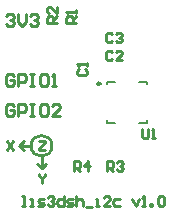
<source format=gto>
G04 Layer_Color=15132400*
%FSLAX25Y25*%
%MOIN*%
G70*
G01*
G75*
%ADD21C,0.01000*%
%ADD23C,0.00984*%
%ADD24C,0.00787*%
D21*
X140500Y435000D02*
G03*
X140500Y435000I-3500J0D01*
G01*
X129500D02*
X133500D01*
X137000Y427500D02*
Y431500D01*
Y427500D02*
X138500Y429000D01*
X135500D02*
X137000Y427500D01*
X129500Y435000D02*
X131000Y436500D01*
X129500Y435000D02*
X131000Y433500D01*
X170500Y440699D02*
Y438033D01*
X171033Y437500D01*
X172099D01*
X172633Y438033D01*
Y440699D01*
X173699Y437500D02*
X174765D01*
X174232D01*
Y440699D01*
X173699Y440166D01*
X147832Y426699D02*
Y429898D01*
X149431D01*
X149964Y429365D01*
Y428298D01*
X149431Y427765D01*
X147832D01*
X148898D02*
X149964Y426699D01*
X152630D02*
Y429898D01*
X151031Y428298D01*
X153163D01*
X158832Y426699D02*
Y429898D01*
X160431D01*
X160964Y429365D01*
Y428298D01*
X160431Y427765D01*
X158832D01*
X159898D02*
X160964Y426699D01*
X162031Y429365D02*
X162564Y429898D01*
X163630D01*
X164163Y429365D01*
Y428832D01*
X163630Y428298D01*
X163097D01*
X163630D01*
X164163Y427765D01*
Y427232D01*
X163630Y426699D01*
X162564D01*
X162031Y427232D01*
X142000Y476000D02*
X138801D01*
Y477599D01*
X139334Y478133D01*
X140401D01*
X140934Y477599D01*
Y476000D01*
Y477066D02*
X142000Y478133D01*
Y481332D02*
Y479199D01*
X139867Y481332D01*
X139334D01*
X138801Y480798D01*
Y479732D01*
X139334Y479199D01*
X148500Y476000D02*
X145301D01*
Y477599D01*
X145834Y478133D01*
X146900D01*
X147434Y477599D01*
Y476000D01*
Y477066D02*
X148500Y478133D01*
Y479199D02*
Y480265D01*
Y479732D01*
X145301D01*
X145834Y479199D01*
X160633Y472166D02*
X160099Y472699D01*
X159033D01*
X158500Y472166D01*
Y470033D01*
X159033Y469500D01*
X160099D01*
X160633Y470033D01*
X161699Y472166D02*
X162232Y472699D01*
X163298D01*
X163832Y472166D01*
Y471633D01*
X163298Y471100D01*
X162765D01*
X163298D01*
X163832Y470566D01*
Y470033D01*
X163298Y469500D01*
X162232D01*
X161699Y470033D01*
X160633Y466166D02*
X160099Y466699D01*
X159033D01*
X158500Y466166D01*
Y464033D01*
X159033Y463500D01*
X160099D01*
X160633Y464033D01*
X163832Y463500D02*
X161699D01*
X163832Y465633D01*
Y466166D01*
X163298Y466699D01*
X162232D01*
X161699Y466166D01*
X149334Y460633D02*
X148801Y460100D01*
Y459033D01*
X149334Y458500D01*
X151467D01*
X152000Y459033D01*
Y460100D01*
X151467Y460633D01*
X152000Y461699D02*
Y462765D01*
Y462232D01*
X148801D01*
X149334Y461699D01*
X130500Y415000D02*
X131566D01*
X131033D01*
Y418199D01*
X130500D01*
X133166Y415000D02*
X134232D01*
X133699D01*
Y417133D01*
X133166D01*
X135832Y415000D02*
X137431D01*
X137964Y415533D01*
X137431Y416066D01*
X136365D01*
X135832Y416600D01*
X136365Y417133D01*
X137964D01*
X139031Y417666D02*
X139564Y418199D01*
X140630D01*
X141163Y417666D01*
Y417133D01*
X140630Y416600D01*
X140097D01*
X140630D01*
X141163Y416066D01*
Y415533D01*
X140630Y415000D01*
X139564D01*
X139031Y415533D01*
X144362Y418199D02*
Y415000D01*
X142763D01*
X142229Y415533D01*
Y416600D01*
X142763Y417133D01*
X144362D01*
X145429Y415000D02*
X147028D01*
X147561Y415533D01*
X147028Y416066D01*
X145962D01*
X145429Y416600D01*
X145962Y417133D01*
X147561D01*
X148627Y418199D02*
Y415000D01*
Y416600D01*
X149161Y417133D01*
X150227D01*
X150760Y416600D01*
Y415000D01*
X151826Y414467D02*
X153959D01*
X155025Y415000D02*
X156092D01*
X155559D01*
Y417133D01*
X155025D01*
X159824Y415000D02*
X157691D01*
X159824Y417133D01*
Y417666D01*
X159291Y418199D01*
X158224D01*
X157691Y417666D01*
X163023Y417133D02*
X161423D01*
X160890Y416600D01*
Y415533D01*
X161423Y415000D01*
X163023D01*
X167288Y417133D02*
X168354Y415000D01*
X169421Y417133D01*
X170487Y415000D02*
X171553D01*
X171020D01*
Y418199D01*
X170487Y417666D01*
X173153Y415000D02*
Y415533D01*
X173686D01*
Y415000D01*
X173153D01*
X175819Y417666D02*
X176352Y418199D01*
X177418D01*
X177951Y417666D01*
Y415533D01*
X177418Y415000D01*
X176352D01*
X175819Y415533D01*
Y417666D01*
X127666Y448332D02*
X126999Y448999D01*
X125666D01*
X125000Y448332D01*
Y445666D01*
X125666Y445000D01*
X126999D01*
X127666Y445666D01*
Y446999D01*
X126333D01*
X128999Y445000D02*
Y448999D01*
X130998D01*
X131665Y448332D01*
Y446999D01*
X130998Y446333D01*
X128999D01*
X132997Y448999D02*
X134330D01*
X133664D01*
Y445000D01*
X132997D01*
X134330D01*
X138329Y448999D02*
X136996D01*
X136330Y448332D01*
Y445666D01*
X136996Y445000D01*
X138329D01*
X138996Y445666D01*
Y448332D01*
X138329Y448999D01*
X142994Y445000D02*
X140328D01*
X142994Y447666D01*
Y448332D01*
X142328Y448999D01*
X140995D01*
X140328Y448332D01*
X127666Y458332D02*
X126999Y458999D01*
X125666D01*
X125000Y458332D01*
Y455666D01*
X125666Y455000D01*
X126999D01*
X127666Y455666D01*
Y456999D01*
X126333D01*
X128999Y455000D02*
Y458999D01*
X130998D01*
X131665Y458332D01*
Y456999D01*
X130998Y456333D01*
X128999D01*
X132997Y458999D02*
X134330D01*
X133664D01*
Y455000D01*
X132997D01*
X134330D01*
X138329Y458999D02*
X136996D01*
X136330Y458332D01*
Y455666D01*
X136996Y455000D01*
X138329D01*
X138996Y455666D01*
Y458332D01*
X138329Y458999D01*
X140328Y455000D02*
X141661D01*
X140995D01*
Y458999D01*
X140328Y458332D01*
X125000Y478332D02*
X125666Y478999D01*
X126999D01*
X127666Y478332D01*
Y477666D01*
X126999Y476999D01*
X126333D01*
X126999D01*
X127666Y476333D01*
Y475666D01*
X126999Y475000D01*
X125666D01*
X125000Y475666D01*
X128999Y478999D02*
Y476333D01*
X130332Y475000D01*
X131665Y476333D01*
Y478999D01*
X132997Y478332D02*
X133664Y478999D01*
X134997D01*
X135663Y478332D01*
Y477666D01*
X134997Y476999D01*
X134330D01*
X134997D01*
X135663Y476333D01*
Y475666D01*
X134997Y475000D01*
X133664D01*
X132997Y475666D01*
X136000Y436699D02*
X138133D01*
Y436166D01*
X136000Y434033D01*
Y433500D01*
X138133D01*
X136000Y425699D02*
Y425166D01*
X137066Y424099D01*
X138133Y425166D01*
Y425699D01*
X137066Y424099D02*
Y422500D01*
X125500Y436699D02*
X127633Y433500D01*
Y436699D02*
X125500Y433500D01*
D23*
X156642Y455701D02*
G03*
X156642Y455701I-492J0D01*
G01*
D24*
X158709Y442709D02*
X161465D01*
X158709D02*
Y443496D01*
X169535Y442709D02*
X172291D01*
Y443496D01*
Y455504D02*
Y456291D01*
X169535D02*
X172291D01*
X158709D02*
X161465D01*
X158709Y455504D02*
Y456291D01*
M02*

</source>
